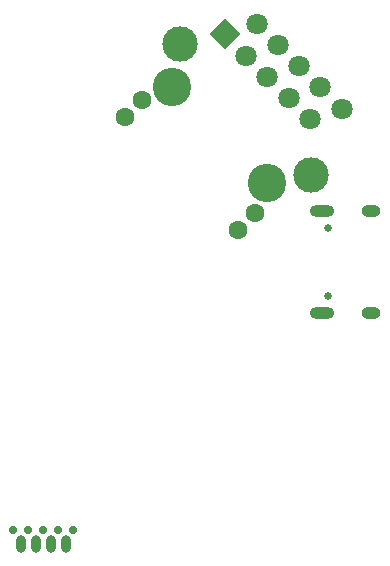
<source format=gbr>
%TF.GenerationSoftware,KiCad,Pcbnew,(6.0.9)*%
%TF.CreationDate,2022-11-20T21:59:21+01:00*%
%TF.ProjectId,repeat-hw,72657065-6174-42d6-9877-2e6b69636164,rev?*%
%TF.SameCoordinates,Original*%
%TF.FileFunction,Soldermask,Bot*%
%TF.FilePolarity,Negative*%
%FSLAX46Y46*%
G04 Gerber Fmt 4.6, Leading zero omitted, Abs format (unit mm)*
G04 Created by KiCad (PCBNEW (6.0.9)) date 2022-11-20 21:59:21*
%MOMM*%
%LPD*%
G01*
G04 APERTURE LIST*
G04 Aperture macros list*
%AMRotRect*
0 Rectangle, with rotation*
0 The origin of the aperture is its center*
0 $1 length*
0 $2 width*
0 $3 Rotation angle, in degrees counterclockwise*
0 Add horizontal line*
21,1,$1,$2,0,0,$3*%
G04 Aperture macros list end*
%ADD10C,0.650000*%
%ADD11O,2.100000X1.000000*%
%ADD12O,1.600000X1.000000*%
%ADD13C,0.700000*%
%ADD14O,0.800000X1.500000*%
%ADD15C,3.250000*%
%ADD16RotRect,1.800000X1.800000X135.000000*%
%ADD17C,1.800000*%
%ADD18C,1.600000*%
%ADD19C,3.000000*%
G04 APERTURE END LIST*
D10*
%TO.C,J1*%
X175680000Y-107490000D03*
X175680000Y-101710000D03*
D11*
X175180000Y-108920000D03*
D12*
X179360000Y-100280000D03*
X179360000Y-108920000D03*
D11*
X175180000Y-100280000D03*
%TD*%
D13*
%TO.C,J4*%
X150330000Y-127274500D03*
X149060000Y-127274500D03*
X154140000Y-127274500D03*
X152870000Y-127274500D03*
X151600000Y-127274500D03*
D14*
X149695000Y-128429500D03*
X150965000Y-128429500D03*
X152235000Y-128429500D03*
X153505000Y-128429500D03*
%TD*%
D15*
%TO.C,J2*%
X162477802Y-89801561D03*
X170560032Y-97883791D03*
D16*
X166964394Y-85307897D03*
D17*
X169658471Y-84409872D03*
X168760445Y-87103948D03*
X171454522Y-86205923D03*
X170556497Y-88900000D03*
X173250574Y-88001974D03*
X172352548Y-90696051D03*
X175046625Y-89798025D03*
X174148599Y-92492102D03*
X176842676Y-91594076D03*
D18*
X169520585Y-100436447D03*
X168085159Y-101871874D03*
X159925146Y-90841008D03*
X158489719Y-92276434D03*
D19*
X174226381Y-97236789D03*
X163124804Y-86135212D03*
%TD*%
D15*
%TO.C,J2*%
X162477802Y-89801561D03*
X170560032Y-97883791D03*
D16*
X166964394Y-85307897D03*
D17*
X169658471Y-84409872D03*
X168760445Y-87103948D03*
X171454522Y-86205923D03*
X170556497Y-88900000D03*
X173250574Y-88001974D03*
X172352548Y-90696051D03*
X175046625Y-89798025D03*
X174148599Y-92492102D03*
X176842676Y-91594076D03*
D18*
X169520585Y-100436447D03*
X168085159Y-101871874D03*
X159925146Y-90841008D03*
X158489719Y-92276434D03*
D19*
X174226381Y-97236789D03*
X163124804Y-86135212D03*
%TD*%
M02*

</source>
